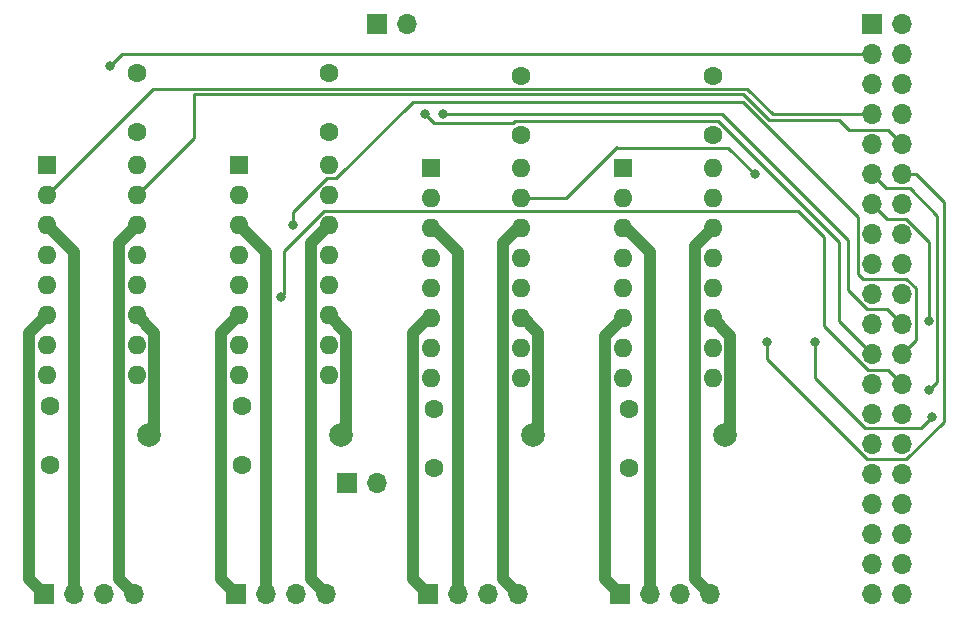
<source format=gbr>
%TF.GenerationSoftware,KiCad,Pcbnew,(7.0.0)*%
%TF.CreationDate,2023-04-25T22:49:32-05:00*%
%TF.ProjectId,ThorPCB,54686f72-5043-4422-9e6b-696361645f70,rev?*%
%TF.SameCoordinates,Original*%
%TF.FileFunction,Copper,L1,Top*%
%TF.FilePolarity,Positive*%
%FSLAX46Y46*%
G04 Gerber Fmt 4.6, Leading zero omitted, Abs format (unit mm)*
G04 Created by KiCad (PCBNEW (7.0.0)) date 2023-04-25 22:49:32*
%MOMM*%
%LPD*%
G01*
G04 APERTURE LIST*
%TA.AperFunction,ComponentPad*%
%ADD10C,1.600000*%
%TD*%
%TA.AperFunction,ComponentPad*%
%ADD11R,1.600000X1.600000*%
%TD*%
%TA.AperFunction,ComponentPad*%
%ADD12O,1.600000X1.600000*%
%TD*%
%TA.AperFunction,ComponentPad*%
%ADD13R,1.700000X1.700000*%
%TD*%
%TA.AperFunction,ComponentPad*%
%ADD14O,1.700000X1.700000*%
%TD*%
%TA.AperFunction,ViaPad*%
%ADD15C,0.800000*%
%TD*%
%TA.AperFunction,ViaPad*%
%ADD16C,2.000000*%
%TD*%
%TA.AperFunction,Conductor*%
%ADD17C,0.250000*%
%TD*%
%TA.AperFunction,Conductor*%
%ADD18C,1.000000*%
%TD*%
G04 APERTURE END LIST*
D10*
%TO.P,C8,1*%
%TO.N,+5V*%
X129794000Y-60666000D03*
%TO.P,C8,2*%
%TO.N,GND*%
X129794000Y-55666000D03*
%TD*%
%TO.P,C7,1*%
%TO.N,+5V*%
X146050000Y-60666000D03*
%TO.P,C7,2*%
%TO.N,GND*%
X146050000Y-55666000D03*
%TD*%
%TO.P,C6,2*%
%TO.N,GND*%
X162306000Y-55920000D03*
%TO.P,C6,1*%
%TO.N,+5V*%
X162306000Y-60920000D03*
%TD*%
%TO.P,C5,1*%
%TO.N,+5V*%
X178562000Y-60920000D03*
%TO.P,C5,2*%
%TO.N,GND*%
X178562000Y-55920000D03*
%TD*%
%TO.P,C4,1*%
%TO.N,+12V*%
X171450000Y-84114000D03*
%TO.P,C4,2*%
%TO.N,GND*%
X171450000Y-89114000D03*
%TD*%
%TO.P,C3,1*%
%TO.N,+12V*%
X154940000Y-84114000D03*
%TO.P,C3,2*%
%TO.N,GND*%
X154940000Y-89114000D03*
%TD*%
%TO.P,C2,1*%
%TO.N,+12V*%
X138684000Y-83860000D03*
%TO.P,C2,2*%
%TO.N,GND*%
X138684000Y-88860000D03*
%TD*%
%TO.P,C1,1*%
%TO.N,+12V*%
X122428000Y-83860000D03*
%TO.P,C1,2*%
%TO.N,GND*%
X122428000Y-88860000D03*
%TD*%
D11*
%TO.P,U2,1,EN1\u002C2*%
%TO.N,+5V*%
X154685999Y-63753999D03*
D12*
%TO.P,U2,2,1A*%
%TO.N,Net-(J1-Pin_18)*%
X154685999Y-66293999D03*
%TO.P,U2,3,1Y*%
%TO.N,Net-(M2--)*%
X154685999Y-68833999D03*
%TO.P,U2,4,GND*%
%TO.N,GND*%
X154685999Y-71373999D03*
%TO.P,U2,5,GND*%
X154685999Y-73913999D03*
%TO.P,U2,6,2Y*%
%TO.N,Net-(U2-2Y)*%
X154685999Y-76453999D03*
%TO.P,U2,7,2A*%
%TO.N,Net-(J1-Pin_16)*%
X154685999Y-78993999D03*
%TO.P,U2,8,VCC2*%
%TO.N,+12V*%
X154685999Y-81533999D03*
%TO.P,U2,9,EN3\u002C4*%
%TO.N,+5V*%
X162305999Y-81533999D03*
%TO.P,U2,10,3A*%
%TO.N,Net-(J1-Pin_21)*%
X162305999Y-78993999D03*
%TO.P,U2,11,3Y*%
%TO.N,Net-(U2-3Y)*%
X162305999Y-76453999D03*
%TO.P,U2,12,GND*%
%TO.N,GND*%
X162305999Y-73913999D03*
%TO.P,U2,13,GND*%
X162305999Y-71373999D03*
%TO.P,U2,14,4Y*%
%TO.N,Net-(U2-4Y)*%
X162305999Y-68833999D03*
%TO.P,U2,15,4A*%
%TO.N,Net-(J1-Pin_19)*%
X162305999Y-66293999D03*
%TO.P,U2,16,VCC1*%
%TO.N,+5V*%
X162305999Y-63753999D03*
%TD*%
D11*
%TO.P,U3,1,EN1\u002C2*%
%TO.N,+5V*%
X170941999Y-63753999D03*
D12*
%TO.P,U3,2,1A*%
%TO.N,Net-(J1-Pin_12)*%
X170941999Y-66293999D03*
%TO.P,U3,3,1Y*%
%TO.N,Net-(M3--)*%
X170941999Y-68833999D03*
%TO.P,U3,4,GND*%
%TO.N,GND*%
X170941999Y-71373999D03*
%TO.P,U3,5,GND*%
X170941999Y-73913999D03*
%TO.P,U3,6,2Y*%
%TO.N,Net-(U3-2Y)*%
X170941999Y-76453999D03*
%TO.P,U3,7,2A*%
%TO.N,Net-(J1-Pin_11)*%
X170941999Y-78993999D03*
%TO.P,U3,8,VCC2*%
%TO.N,+12V*%
X170941999Y-81533999D03*
%TO.P,U3,9,EN3\u002C4*%
%TO.N,+5V*%
X178561999Y-81533999D03*
%TO.P,U3,10,3A*%
%TO.N,Net-(J1-Pin_13)*%
X178561999Y-78993999D03*
%TO.P,U3,11,3Y*%
%TO.N,Net-(U3-3Y)*%
X178561999Y-76453999D03*
%TO.P,U3,12,GND*%
%TO.N,GND*%
X178561999Y-73913999D03*
%TO.P,U3,13,GND*%
X178561999Y-71373999D03*
%TO.P,U3,14,4Y*%
%TO.N,Net-(U3-4Y)*%
X178561999Y-68833999D03*
%TO.P,U3,15,4A*%
%TO.N,Net-(J1-Pin_15)*%
X178561999Y-66293999D03*
%TO.P,U3,16,VCC1*%
%TO.N,+5V*%
X178561999Y-63753999D03*
%TD*%
D13*
%TO.P,J1,1,Pin_1*%
%TO.N,unconnected-(J1-Pin_1-Pad1)*%
X192023999Y-51561999D03*
D14*
%TO.P,J1,2,Pin_2*%
%TO.N,+5V*%
X194563999Y-51561999D03*
%TO.P,J1,3,Pin_3*%
%TO.N,Net-(J1-Pin_3)*%
X192023999Y-54101999D03*
%TO.P,J1,4,Pin_4*%
%TO.N,+5V*%
X194563999Y-54101999D03*
%TO.P,J1,5,Pin_5*%
%TO.N,Net-(J1-Pin_5)*%
X192023999Y-56641999D03*
%TO.P,J1,6,Pin_6*%
%TO.N,GND*%
X194563999Y-56641999D03*
%TO.P,J1,7,Pin_7*%
%TO.N,Net-(J1-Pin_7)*%
X192023999Y-59181999D03*
%TO.P,J1,8,Pin_8*%
%TO.N,unconnected-(J1-Pin_8-Pad8)*%
X194563999Y-59181999D03*
%TO.P,J1,9,Pin_9*%
%TO.N,GND*%
X192023999Y-61721999D03*
%TO.P,J1,10,Pin_10*%
%TO.N,Net-(J1-Pin_10)*%
X194563999Y-61721999D03*
%TO.P,J1,11,Pin_11*%
%TO.N,Net-(J1-Pin_11)*%
X192023999Y-64261999D03*
%TO.P,J1,12,Pin_12*%
%TO.N,Net-(J1-Pin_12)*%
X194563999Y-64261999D03*
%TO.P,J1,13,Pin_13*%
%TO.N,Net-(J1-Pin_13)*%
X192023999Y-66801999D03*
%TO.P,J1,14,Pin_14*%
%TO.N,GND*%
X194563999Y-66801999D03*
%TO.P,J1,15,Pin_15*%
%TO.N,Net-(J1-Pin_15)*%
X192023999Y-69341999D03*
%TO.P,J1,16,Pin_16*%
%TO.N,Net-(J1-Pin_16)*%
X194563999Y-69341999D03*
%TO.P,J1,17,Pin_17*%
%TO.N,unconnected-(J1-Pin_17-Pad17)*%
X192023999Y-71881999D03*
%TO.P,J1,18,Pin_18*%
%TO.N,Net-(J1-Pin_18)*%
X194563999Y-71881999D03*
%TO.P,J1,19,Pin_19*%
%TO.N,Net-(J1-Pin_19)*%
X192023999Y-74421999D03*
%TO.P,J1,20,Pin_20*%
%TO.N,GND*%
X194563999Y-74421999D03*
%TO.P,J1,21,Pin_21*%
%TO.N,Net-(J1-Pin_21)*%
X192023999Y-76961999D03*
%TO.P,J1,22,Pin_22*%
%TO.N,Net-(J1-Pin_22)*%
X194563999Y-76961999D03*
%TO.P,J1,23,Pin_23*%
%TO.N,Net-(J1-Pin_23)*%
X192023999Y-79501999D03*
%TO.P,J1,24,Pin_24*%
%TO.N,Net-(J1-Pin_24)*%
X194563999Y-79501999D03*
%TO.P,J1,25,Pin_25*%
%TO.N,GND*%
X192023999Y-82041999D03*
%TO.P,J1,26,Pin_26*%
%TO.N,Net-(J1-Pin_26)*%
X194563999Y-82041999D03*
%TO.P,J1,27,Pin_27*%
%TO.N,unconnected-(J1-Pin_27-Pad27)*%
X192023999Y-84581999D03*
%TO.P,J1,28,Pin_28*%
%TO.N,unconnected-(J1-Pin_28-Pad28)*%
X194563999Y-84581999D03*
%TO.P,J1,29,Pin_29*%
%TO.N,unconnected-(J1-Pin_29-Pad29)*%
X192023999Y-87121999D03*
%TO.P,J1,30,Pin_30*%
%TO.N,GND*%
X194563999Y-87121999D03*
%TO.P,J1,31,Pin_31*%
%TO.N,unconnected-(J1-Pin_31-Pad31)*%
X192023999Y-89661999D03*
%TO.P,J1,32,Pin_32*%
%TO.N,unconnected-(J1-Pin_32-Pad32)*%
X194563999Y-89661999D03*
%TO.P,J1,33,Pin_33*%
%TO.N,unconnected-(J1-Pin_33-Pad33)*%
X192023999Y-92201999D03*
%TO.P,J1,34,Pin_34*%
%TO.N,GND*%
X194563999Y-92201999D03*
%TO.P,J1,35,Pin_35*%
%TO.N,unconnected-(J1-Pin_35-Pad35)*%
X192023999Y-94741999D03*
%TO.P,J1,36,Pin_36*%
%TO.N,unconnected-(J1-Pin_36-Pad36)*%
X194563999Y-94741999D03*
%TO.P,J1,37,Pin_37*%
%TO.N,unconnected-(J1-Pin_37-Pad37)*%
X192023999Y-97281999D03*
%TO.P,J1,38,Pin_38*%
%TO.N,unconnected-(J1-Pin_38-Pad38)*%
X194563999Y-97281999D03*
%TO.P,J1,39,Pin_39*%
%TO.N,GND*%
X192023999Y-99821999D03*
%TO.P,J1,40,Pin_40*%
%TO.N,unconnected-(J1-Pin_40-Pad40)*%
X194563999Y-99821999D03*
%TD*%
D12*
%TO.P,U1,16,VCC1*%
%TO.N,+5V*%
X146049999Y-63499999D03*
%TO.P,U1,15,4A*%
%TO.N,Net-(J1-Pin_22)*%
X146049999Y-66039999D03*
%TO.P,U1,14,4Y*%
%TO.N,Net-(U1-4Y)*%
X146049999Y-68579999D03*
%TO.P,U1,13,GND*%
%TO.N,GND*%
X146049999Y-71119999D03*
%TO.P,U1,12,GND*%
X146049999Y-73659999D03*
%TO.P,U1,11,3Y*%
%TO.N,Net-(U1-3Y)*%
X146049999Y-76199999D03*
%TO.P,U1,10,3A*%
%TO.N,Net-(J1-Pin_24)*%
X146049999Y-78739999D03*
%TO.P,U1,9,EN3\u002C4*%
%TO.N,+5V*%
X146049999Y-81279999D03*
%TO.P,U1,8,VCC2*%
%TO.N,+12V*%
X138429999Y-81279999D03*
%TO.P,U1,7,2A*%
%TO.N,Net-(J1-Pin_26)*%
X138429999Y-78739999D03*
%TO.P,U1,6,2Y*%
%TO.N,Net-(U1-2Y)*%
X138429999Y-76199999D03*
%TO.P,U1,5,GND*%
%TO.N,GND*%
X138429999Y-73659999D03*
%TO.P,U1,4,GND*%
X138429999Y-71119999D03*
%TO.P,U1,3,1Y*%
%TO.N,Net-(M1--)*%
X138429999Y-68579999D03*
%TO.P,U1,2,1A*%
%TO.N,Net-(J1-Pin_23)*%
X138429999Y-66039999D03*
D11*
%TO.P,U1,1,EN1\u002C2*%
%TO.N,+5V*%
X138429999Y-63499999D03*
%TD*%
D13*
%TO.P,+,1,Pin_1*%
%TO.N,+12V*%
X147568999Y-90423999D03*
D14*
%TO.P,+,2,Pin_2*%
%TO.N,GND*%
X150108999Y-90423999D03*
%TD*%
D13*
%TO.P,M1,1*%
%TO.N,Net-(U1-2Y)*%
X138175999Y-99821999D03*
D14*
%TO.P,M1,2,-*%
%TO.N,Net-(M1--)*%
X140715999Y-99821999D03*
%TO.P,M1,3*%
%TO.N,Net-(U1-3Y)*%
X143255999Y-99821999D03*
%TO.P,M1,4*%
%TO.N,Net-(U1-4Y)*%
X145795999Y-99821999D03*
%TD*%
D11*
%TO.P,U0,1,EN1\u002C2*%
%TO.N,+5V*%
X122173999Y-63499999D03*
D12*
%TO.P,U0,2,1A*%
%TO.N,Net-(J1-Pin_7)*%
X122173999Y-66039999D03*
%TO.P,U0,3,1Y*%
%TO.N,Net-(M0--)*%
X122173999Y-68579999D03*
%TO.P,U0,4,GND*%
%TO.N,GND*%
X122173999Y-71119999D03*
%TO.P,U0,5,GND*%
X122173999Y-73659999D03*
%TO.P,U0,6,2Y*%
%TO.N,Net-(U0-2Y)*%
X122173999Y-76199999D03*
%TO.P,U0,7,2A*%
%TO.N,Net-(J1-Pin_5)*%
X122173999Y-78739999D03*
%TO.P,U0,8,VCC2*%
%TO.N,+12V*%
X122173999Y-81279999D03*
%TO.P,U0,9,EN3\u002C4*%
%TO.N,+5V*%
X129793999Y-81279999D03*
%TO.P,U0,10,3A*%
%TO.N,Net-(J1-Pin_3)*%
X129793999Y-78739999D03*
%TO.P,U0,11,3Y*%
%TO.N,Net-(U0-3Y)*%
X129793999Y-76199999D03*
%TO.P,U0,12,GND*%
%TO.N,GND*%
X129793999Y-73659999D03*
%TO.P,U0,13,GND*%
X129793999Y-71119999D03*
%TO.P,U0,14,4Y*%
%TO.N,Net-(U0-4Y)*%
X129793999Y-68579999D03*
%TO.P,U0,15,4A*%
%TO.N,Net-(J1-Pin_10)*%
X129793999Y-66039999D03*
%TO.P,U0,16,VCC1*%
%TO.N,+5V*%
X129793999Y-63499999D03*
%TD*%
D13*
%TO.P,M3,1*%
%TO.N,Net-(U3-2Y)*%
X170687999Y-99821999D03*
D14*
%TO.P,M3,2,-*%
%TO.N,Net-(M3--)*%
X173227999Y-99821999D03*
%TO.P,M3,3*%
%TO.N,Net-(U3-3Y)*%
X175767999Y-99821999D03*
%TO.P,M3,4*%
%TO.N,Net-(U3-4Y)*%
X178307999Y-99821999D03*
%TD*%
D13*
%TO.P,M0,1*%
%TO.N,Net-(U0-2Y)*%
X121919999Y-99821999D03*
D14*
%TO.P,M0,2,-*%
%TO.N,Net-(M0--)*%
X124459999Y-99821999D03*
%TO.P,M0,3*%
%TO.N,Net-(U0-3Y)*%
X126999999Y-99821999D03*
%TO.P,M0,4*%
%TO.N,Net-(U0-4Y)*%
X129539999Y-99821999D03*
%TD*%
D13*
%TO.P,J3,1,Pin_1*%
%TO.N,+5V*%
X150108999Y-51561999D03*
D14*
%TO.P,J3,2,Pin_2*%
%TO.N,GND*%
X152648999Y-51561999D03*
%TD*%
D13*
%TO.P,M2,1*%
%TO.N,Net-(U2-2Y)*%
X154431999Y-99821999D03*
D14*
%TO.P,M2,2,-*%
%TO.N,Net-(M2--)*%
X156971999Y-99821999D03*
%TO.P,M2,3*%
%TO.N,Net-(U2-3Y)*%
X159511999Y-99821999D03*
%TO.P,M2,4*%
%TO.N,Net-(U2-4Y)*%
X162051999Y-99821999D03*
%TD*%
D15*
%TO.N,Net-(J1-Pin_15)*%
X197104000Y-84836000D03*
X187198000Y-78486000D03*
%TO.N,Net-(J1-Pin_12)*%
X183134000Y-78486000D03*
%TO.N,Net-(J1-Pin_11)*%
X196850000Y-82550000D03*
%TO.N,Net-(J1-Pin_13)*%
X196850000Y-76708000D03*
%TO.N,Net-(J1-Pin_19)*%
X182118000Y-64262000D03*
%TO.N,Net-(J1-Pin_22)*%
X155702000Y-59182000D03*
%TO.N,Net-(J1-Pin_23)*%
X154178000Y-59182000D03*
%TO.N,Net-(J1-Pin_24)*%
X143002000Y-68580000D03*
%TO.N,Net-(J1-Pin_26)*%
X141986000Y-74676000D03*
%TO.N,Net-(J1-Pin_3)*%
X127508000Y-55118000D03*
D16*
%TO.N,Net-(U0-3Y)*%
X130810000Y-86360000D03*
%TO.N,Net-(U1-3Y)*%
X147066000Y-86360000D03*
%TO.N,Net-(U2-3Y)*%
X163322000Y-86360000D03*
%TO.N,Net-(U3-3Y)*%
X179578000Y-86360000D03*
%TD*%
D17*
%TO.N,Net-(J1-Pin_12)*%
X198120000Y-66615919D02*
X195766081Y-64262000D01*
X194955701Y-88392000D02*
X198120000Y-85227701D01*
X191632299Y-88392000D02*
X194955701Y-88392000D01*
X198120000Y-85227701D02*
X198120000Y-66615919D01*
X195766081Y-64262000D02*
X194564000Y-64262000D01*
X183134000Y-78486000D02*
X183134000Y-79893701D01*
X183134000Y-79893701D02*
X191632299Y-88392000D01*
%TO.N,Net-(J1-Pin_26)*%
X193389000Y-80867000D02*
X194564000Y-82042000D01*
X191727299Y-80867000D02*
X193389000Y-80867000D01*
X187960000Y-77099701D02*
X191727299Y-80867000D01*
X187960000Y-69596000D02*
X187960000Y-77099701D01*
X185783000Y-67419000D02*
X187960000Y-69596000D01*
X142240000Y-74422000D02*
X142240000Y-70799009D01*
X141986000Y-74676000D02*
X142240000Y-74422000D01*
X145620009Y-67419000D02*
X185783000Y-67419000D01*
X142240000Y-70799009D02*
X145620009Y-67419000D01*
%TO.N,Net-(J1-Pin_15)*%
X196183000Y-85757000D02*
X197104000Y-84836000D01*
X191421000Y-85757000D02*
X196183000Y-85757000D01*
X187198000Y-81534000D02*
X191421000Y-85757000D01*
X187198000Y-78486000D02*
X187198000Y-81534000D01*
%TO.N,Net-(J1-Pin_11)*%
X193199000Y-65437000D02*
X192024000Y-64262000D01*
X195231001Y-65437000D02*
X193199000Y-65437000D01*
X197575000Y-67780999D02*
X195231001Y-65437000D01*
X197575000Y-81825000D02*
X197575000Y-67780999D01*
X196850000Y-82550000D02*
X197575000Y-81825000D01*
%TO.N,Net-(J1-Pin_13)*%
X194955701Y-68072000D02*
X193294000Y-68072000D01*
X193294000Y-68072000D02*
X192024000Y-66802000D01*
X196850000Y-69966299D02*
X194955701Y-68072000D01*
X196850000Y-76708000D02*
X196850000Y-69966299D01*
%TO.N,Net-(J1-Pin_19)*%
X179901000Y-62045000D02*
X182118000Y-64262000D01*
X170503000Y-62045000D02*
X179901000Y-62045000D01*
X170434000Y-61976000D02*
X170503000Y-62045000D01*
X166116000Y-66294000D02*
X170434000Y-61976000D01*
X162306000Y-66294000D02*
X166116000Y-66294000D01*
%TO.N,Net-(J1-Pin_24)*%
X195739000Y-78327000D02*
X194564000Y-79502000D01*
X194955701Y-73152000D02*
X195739000Y-73935299D01*
X190849000Y-67878396D02*
X190849000Y-72738999D01*
X153162000Y-58166000D02*
X181136604Y-58166000D01*
X190849000Y-72738999D02*
X191262001Y-73152000D01*
X145874009Y-64625000D02*
X146703000Y-64625000D01*
X195739000Y-73935299D02*
X195739000Y-78327000D01*
X143002000Y-67497009D02*
X145874009Y-64625000D01*
X181136604Y-58166000D02*
X190849000Y-67878396D01*
X143002000Y-68580000D02*
X143002000Y-67497009D01*
X191262001Y-73152000D02*
X194955701Y-73152000D01*
X146703000Y-64625000D02*
X153162000Y-58166000D01*
%TO.N,Net-(J1-Pin_22)*%
X191632299Y-75692000D02*
X193294000Y-75692000D01*
X189992000Y-74051701D02*
X191632299Y-75692000D01*
X189992000Y-69850000D02*
X189992000Y-74051701D01*
X179324000Y-59182000D02*
X189992000Y-69850000D01*
X155702000Y-59182000D02*
X179324000Y-59182000D01*
X193294000Y-75692000D02*
X194564000Y-76962000D01*
%TO.N,Net-(J1-Pin_23)*%
X161840009Y-59795000D02*
X179027991Y-59795000D01*
X189230000Y-76708000D02*
X192024000Y-79502000D01*
X161691009Y-59944000D02*
X161840009Y-59795000D01*
X189230000Y-69997009D02*
X189230000Y-76708000D01*
X154940000Y-59944000D02*
X161691009Y-59944000D01*
X154178000Y-59182000D02*
X154940000Y-59944000D01*
X179027991Y-59795000D02*
X189230000Y-69997009D01*
%TO.N,Net-(J1-Pin_10)*%
X134620000Y-61214000D02*
X129794000Y-66040000D01*
X134620000Y-57495000D02*
X134620000Y-61214000D01*
X181102000Y-57495000D02*
X134620000Y-57495000D01*
X183297000Y-59690000D02*
X181102000Y-57495000D01*
X189230000Y-59690000D02*
X183297000Y-59690000D01*
X190087000Y-60547000D02*
X189230000Y-59690000D01*
X193389000Y-60547000D02*
X190087000Y-60547000D01*
X194564000Y-61722000D02*
X193389000Y-60547000D01*
%TO.N,Net-(J1-Pin_7)*%
X181505000Y-57045000D02*
X131169000Y-57045000D01*
X183642000Y-59182000D02*
X181505000Y-57045000D01*
X192024000Y-59182000D02*
X183642000Y-59182000D01*
X131169000Y-57045000D02*
X122174000Y-66040000D01*
%TO.N,Net-(J1-Pin_3)*%
X128524000Y-54102000D02*
X127508000Y-55118000D01*
X192024000Y-54102000D02*
X128524000Y-54102000D01*
D18*
%TO.N,Net-(U0-2Y)*%
X120674000Y-77700000D02*
X122174000Y-76200000D01*
X121920000Y-99822000D02*
X120674000Y-98576000D01*
X120674000Y-98576000D02*
X120674000Y-77700000D01*
%TO.N,Net-(M0--)*%
X124460000Y-70866000D02*
X122174000Y-68580000D01*
X124460000Y-99822000D02*
X124460000Y-70866000D01*
%TO.N,Net-(U0-4Y)*%
X128294000Y-98576000D02*
X128294000Y-70080000D01*
X128294000Y-70080000D02*
X129794000Y-68580000D01*
X129540000Y-99822000D02*
X128294000Y-98576000D01*
%TO.N,Net-(U1-2Y)*%
X138176000Y-99822000D02*
X136930000Y-98576000D01*
X136930000Y-98576000D02*
X136930000Y-77700000D01*
X136930000Y-77700000D02*
X138430000Y-76200000D01*
%TO.N,Net-(M1--)*%
X140716000Y-99822000D02*
X140716000Y-70866000D01*
X140716000Y-70866000D02*
X138430000Y-68580000D01*
%TO.N,Net-(U1-4Y)*%
X145796000Y-99822000D02*
X144550000Y-98576000D01*
X144550000Y-98576000D02*
X144550000Y-70080000D01*
X144550000Y-70080000D02*
X146050000Y-68580000D01*
%TO.N,Net-(U2-2Y)*%
X153186000Y-77700000D02*
X154686000Y-76200000D01*
X154432000Y-99822000D02*
X153186000Y-98576000D01*
X153186000Y-98576000D02*
X153186000Y-77700000D01*
%TO.N,Net-(M2--)*%
X156972000Y-99822000D02*
X156972000Y-70866000D01*
X156972000Y-70866000D02*
X154686000Y-68580000D01*
%TO.N,Net-(U2-4Y)*%
X160806000Y-70080000D02*
X162306000Y-68580000D01*
X162052000Y-99822000D02*
X160806000Y-98576000D01*
X160806000Y-98576000D02*
X160806000Y-70080000D01*
%TO.N,Net-(U3-2Y)*%
X169442000Y-77954000D02*
X170942000Y-76454000D01*
X170942000Y-76454000D02*
X170942000Y-76200000D01*
X169442000Y-98576000D02*
X169442000Y-77954000D01*
X170688000Y-99822000D02*
X169442000Y-98576000D01*
%TO.N,Net-(M3--)*%
X171196000Y-68834000D02*
X170942000Y-68834000D01*
X173228000Y-70866000D02*
X171196000Y-68834000D01*
X173228000Y-99822000D02*
X173228000Y-70866000D01*
%TO.N,Net-(U3-4Y)*%
X177062000Y-98576000D02*
X177062000Y-70334000D01*
X177062000Y-70334000D02*
X178562000Y-68834000D01*
X178308000Y-99822000D02*
X177062000Y-98576000D01*
%TO.N,Net-(U0-3Y)*%
X131294000Y-85876000D02*
X131294000Y-77700000D01*
X131294000Y-77700000D02*
X129794000Y-76200000D01*
X130810000Y-86360000D02*
X131294000Y-85876000D01*
%TO.N,Net-(U1-3Y)*%
X147550000Y-85876000D02*
X147550000Y-77700000D01*
X147550000Y-77700000D02*
X146050000Y-76200000D01*
%TO.N,Net-(U2-3Y)*%
X163806000Y-77700000D02*
X162306000Y-76200000D01*
X163806000Y-85876000D02*
X163806000Y-77700000D01*
%TO.N,Net-(U3-3Y)*%
X180062000Y-85876000D02*
X180062000Y-77954000D01*
X180062000Y-77954000D02*
X178562000Y-76454000D01*
%TD*%
M02*

</source>
